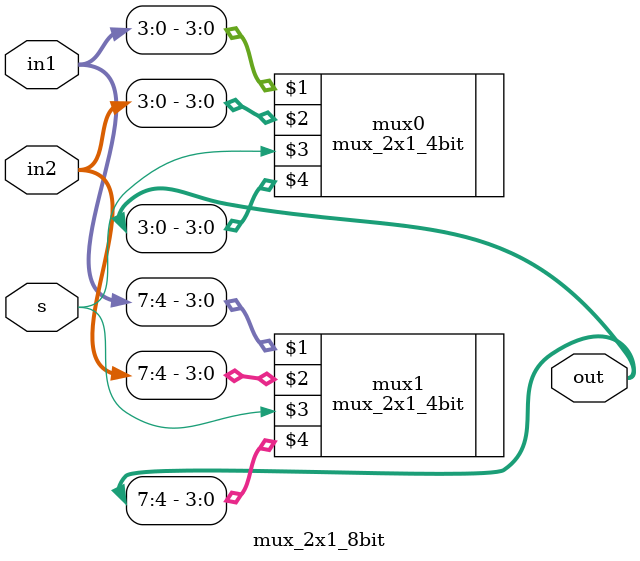
<source format=v>
module mux_2x1_8bit (input [7:0] in1, input [7:0] in2, input s, output [7:0] out);
	mux_2x1_4bit mux0(in1[3:0], in2[3:0], s, out[3:0]);
	mux_2x1_4bit mux1(in1[7:4], in2[7:4], s, out[7:4]);
endmodule
</source>
